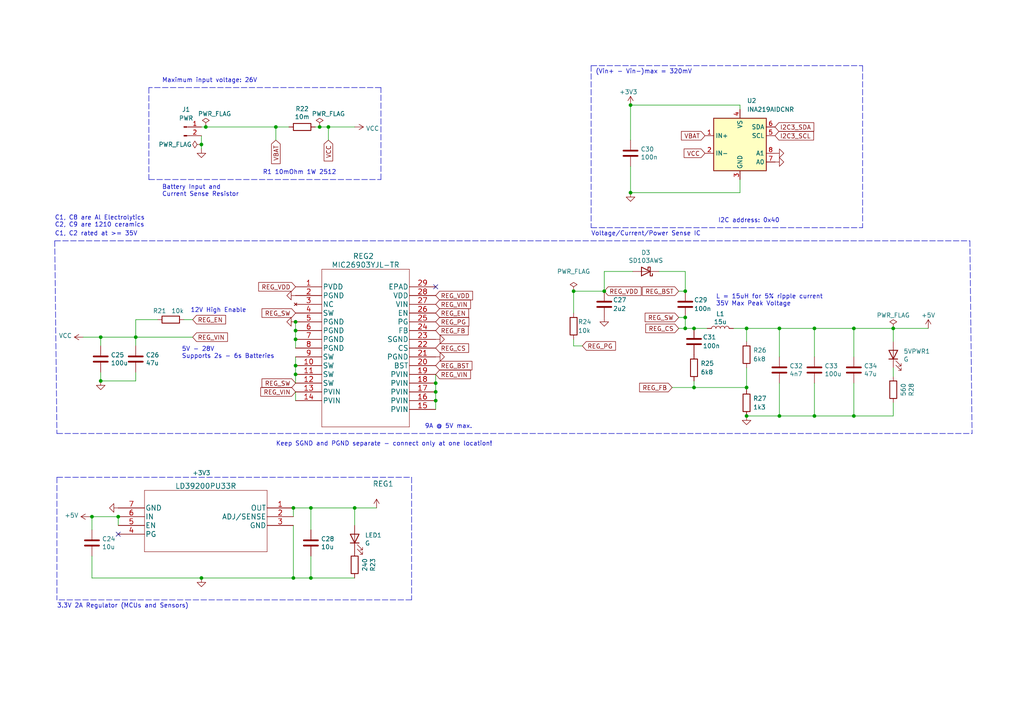
<source format=kicad_sch>
(kicad_sch (version 20211123) (generator eeschema)
  (paper "A4")
  (title_block (title "Fc Power Regulation") (date "2022-10-30"))
  (lib_symbols
    (symbol "Analog_ADC:INA219AxDCN"
      (property "Reference" "U" (at -6.35 8.89 0))
      (property "Value" "INA219AxDCN" (at 6.35 8.89 0))
      (symbol "INA219AxDCN_0_1"
        (rectangle (start -7.62 7.62) (end 7.62 -7.62) (stroke (width 0.254)) (fill (type background)))
      )
      (symbol "INA219AxDCN_1_1"
        (pin input line (at -10.16 2.54 0) (length 2.54) (name "IN+") (number "1"))
        (pin input line (at -10.16 -2.54 0) (length 2.54) (name "IN-") (number "2"))
        (pin power_in line (at 0 -10.16 90) (length 2.54) (name "GND") (number "3"))
        (pin power_in line (at 0 10.16 270) (length 2.54) (name "VS") (number "4"))
        (pin input line (at 10.16 2.54 180) (length 2.54) (name "SCL") (number "5"))
        (pin bidirectional line (at 10.16 5.08 180) (length 2.54) (name "SDA") (number "6"))
        (pin input line (at 10.16 -5.08 180) (length 2.54) (name "A0") (number "7"))
        (pin input line (at 10.16 -2.54 180) (length 2.54) (name "A1") (number "8"))
      )
    )
    (symbol "Connector:Conn_01x02_Male" (pin_names (offset 1.016) hide)
      (property "Reference" "J" (at 0 2.54 0))
      (property "Value" "Conn_01x02_Male" (at 0 -5.08 0))
      (symbol "Conn_01x02_Male_1_1"
        (polyline (pts (xy 1.27 -2.54) (xy 0.8636 -2.54)) (stroke (width 0.1524)))
        (polyline (pts (xy 1.27 0) (xy 0.8636 0)) (stroke (width 0.1524)))
        (rectangle (start 0.8636 -2.413) (end 0 -2.667) (stroke (width 0.1524)) (fill (type outline)))
        (rectangle (start 0.8636 0.127) (end 0 -0.127) (stroke (width 0.1524)) (fill (type outline)))
        (pin passive line (at 5.08 0 180) (length 3.81) (name "Pin_1") (number "1"))
        (pin passive line (at 5.08 -2.54 180) (length 3.81) (name "Pin_2") (number "2"))
      )
    )
    (symbol "Device:C" (pin_numbers hide) (pin_names (offset 0.254))
      (property "Reference" "C" (at 0.635 2.54 0))
      (property "Value" "C" (at 0.635 -2.54 0))
      (symbol "C_0_1"
        (polyline (pts (xy -2.032 -0.762) (xy 2.032 -0.762)) (stroke (width 0.508)))
        (polyline (pts (xy -2.032 0.762) (xy 2.032 0.762)) (stroke (width 0.508)))
      )
      (symbol "C_1_1"
        (pin passive line (at 0 3.81 270) (length 2.794) (name "~") (number "1"))
        (pin passive line (at 0 -3.81 90) (length 2.794) (name "~") (number "2"))
      )
    )
    (symbol "Device:D_Schottky" (pin_numbers hide) (pin_names (offset 1.016) hide)
      (property "Reference" "D" (at 0 2.54 0))
      (property "Value" "D_Schottky" (at 0 -2.54 0))
      (symbol "D_Schottky_0_1"
        (polyline (pts (xy 1.27 0) (xy -1.27 0)))
        (polyline (pts (xy 1.27 1.27) (xy 1.27 -1.27) (xy -1.27 0) (xy 1.27 1.27)) (stroke (width 0.254)))
        (polyline (pts (xy -1.905 0.635) (xy -1.905 1.27) (xy -1.27 1.27) (xy -1.27 -1.27) (xy -0.635 -1.27) (xy -0.635 -0.635)) (stroke (width 0.254)))
      )
      (symbol "D_Schottky_1_1"
        (pin passive line (at -3.81 0 0) (length 2.54) (name "K") (number "1"))
        (pin passive line (at 3.81 0 180) (length 2.54) (name "A") (number "2"))
      )
    )
    (symbol "Device:L" (pin_numbers hide) (pin_names (offset 1.016) hide)
      (property "Reference" "L" (at -1.27 0 90))
      (property "Value" "L" (at 1.905 0 90))
      (symbol "L_0_1"
        (arc (start 0 -2.54) (mid 0.635 -1.905) (end 0 -1.27))
        (arc (start 0 -1.27) (mid 0.635 -0.635) (end 0 0))
        (arc (start 0 0) (mid 0.635 0.635) (end 0 1.27))
        (arc (start 0 1.27) (mid 0.635 1.905) (end 0 2.54))
      )
      (symbol "L_1_1"
        (pin passive line (at 0 3.81 270) (length 1.27) (name "1") (number "1"))
        (pin passive line (at 0 -3.81 90) (length 1.27) (name "2") (number "2"))
      )
    )
    (symbol "Device:LED" (pin_numbers hide) (pin_names (offset 1.016) hide)
      (property "Reference" "D" (at 0 2.54 0))
      (property "Value" "LED" (at 0 -2.54 0))
      (symbol "LED_0_1"
        (polyline (pts (xy -1.27 -1.27) (xy -1.27 1.27)) (stroke (width 0.254)))
        (polyline (pts (xy -1.27 0) (xy 1.27 0)))
        (polyline (pts (xy 1.27 -1.27) (xy 1.27 1.27) (xy -1.27 0) (xy 1.27 -1.27)) (stroke (width 0.254)))
        (polyline (pts (xy -3.048 -0.762) (xy -4.572 -2.286) (xy -3.81 -2.286) (xy -4.572 -2.286) (xy -4.572 -1.524)))
        (polyline (pts (xy -1.778 -0.762) (xy -3.302 -2.286) (xy -2.54 -2.286) (xy -3.302 -2.286) (xy -3.302 -1.524)))
      )
      (symbol "LED_1_1"
        (pin passive line (at -3.81 0 0) (length 2.54) (name "K") (number "1"))
        (pin passive line (at 3.81 0 180) (length 2.54) (name "A") (number "2"))
      )
    )
    (symbol "Device:R" (pin_numbers hide) (pin_names (offset 0))
      (property "Reference" "R" (at 2.032 0 90))
      (property "Value" "R" (at 0 0 90))
      (symbol "R_0_1"
        (rectangle (start -1.016 -2.54) (end 1.016 2.54) (stroke (width 0.254)))
      )
      (symbol "R_1_1"
        (pin passive line (at 0 3.81 270) (length 1.27) (name "~") (number "1"))
        (pin passive line (at 0 -3.81 90) (length 1.27) (name "~") (number "2"))
      )
    )
    (symbol "LD39200PU33R_1" (pin_names (offset 0.254))
      (property "Reference" "REG1" (at -26.035 6.985 0))
      (property "Value" "LD39200PU33R" (at -25.4 3.175 0))
      (symbol "LD39200PU33R_1_1_1"
        (polyline (pts (xy 7.62 -12.7) (xy 43.18 -12.7)) (stroke (width 0.127)))
        (polyline (pts (xy 7.62 5.08) (xy 7.62 -12.7)) (stroke (width 0.127)))
        (polyline (pts (xy 43.18 -12.7) (xy 43.18 5.08)) (stroke (width 0.127)))
        (polyline (pts (xy 43.18 5.08) (xy 7.62 5.08)) (stroke (width 0.127)))
        (pin power_out line (at 0 0 0) (length 7.62) (name "OUT") (number "1"))
        (pin input line (at 0 -2.54 0) (length 7.62) (name "ADJ/SENSE") (number "2"))
        (pin power_in line (at 0 -5.08 0) (length 7.62) (name "GND") (number "3"))
        (pin unspecified line (at 50.8 -7.62 180) (length 7.62) (name "PG") (number "4"))
        (pin input line (at 50.8 -5.08 180) (length 7.62) (name "EN") (number "5"))
        (pin power_in line (at 50.8 -2.54 180) (length 7.62) (name "IN") (number "6"))
        (pin power_in line (at 50.8 0 180) (length 7.62) (name "GND") (number "7"))
      )
    )
    (symbol "MIC26903YJL-TR_1" (pin_names (offset 0.254))
      (property "Reference" "REG2" (at 19.685 8.89 0))
      (property "Value" "MIC26903YJL-TR" (at 20.32 6.35 0))
      (symbol "MIC26903YJL-TR_1_1_1"
        (polyline (pts (xy 7.62 -40.64) (xy 33.02 -40.64)) (stroke (width 0.127)))
        (polyline (pts (xy 7.62 5.08) (xy 7.62 -40.64)) (stroke (width 0.127)))
        (polyline (pts (xy 33.02 -40.64) (xy 33.02 5.08)) (stroke (width 0.127)))
        (polyline (pts (xy 33.02 5.08) (xy 7.62 5.08)) (stroke (width 0.127)))
        (pin power_in line (at 0 0 0) (length 7.62) (name "PVDD") (number "1"))
        (pin passive line (at 0 -22.86 0) (length 7.62) (name "SW") (number "10"))
        (pin passive line (at 0 -25.4 0) (length 7.62) (name "SW") (number "11"))
        (pin passive line (at 0 -27.94 0) (length 7.62) (name "SW") (number "12"))
        (pin input line (at 0 -30.48 0) (length 7.62) (name "PVIN") (number "13"))
        (pin input line (at 0 -33.02 0) (length 7.62) (name "PVIN") (number "14"))
        (pin input line (at 40.64 -35.56 180) (length 7.62) (name "PVIN") (number "15"))
        (pin input line (at 40.64 -33.02 180) (length 7.62) (name "PVIN") (number "16"))
        (pin input line (at 40.64 -30.48 180) (length 7.62) (name "PVIN") (number "17"))
        (pin input line (at 40.64 -27.94 180) (length 7.62) (name "PVIN") (number "18"))
        (pin input line (at 40.64 -25.4 180) (length 7.62) (name "PVIN") (number "19"))
        (pin power_in line (at 0 -2.54 0) (length 7.62) (name "PGND") (number "2"))
        (pin output line (at 40.64 -22.86 180) (length 7.62) (name "BST") (number "20"))
        (pin power_in line (at 40.64 -20.32 180) (length 7.62) (name "PGND") (number "21"))
        (pin input line (at 40.64 -17.78 180) (length 7.62) (name "CS") (number "22"))
        (pin power_in line (at 40.64 -15.24 180) (length 7.62) (name "SGND") (number "23"))
        (pin input line (at 40.64 -12.7 180) (length 7.62) (name "FB") (number "24"))
        (pin output line (at 40.64 -10.16 180) (length 7.62) (name "PG") (number "25"))
        (pin input line (at 40.64 -7.62 180) (length 7.62) (name "EN") (number "26"))
        (pin input line (at 40.64 -5.08 180) (length 7.62) (name "VIN") (number "27"))
        (pin power_in line (at 40.64 -2.54 180) (length 7.62) (name "VDD") (number "28"))
        (pin unspecified line (at 40.64 0 180) (length 7.62) (name "EPAD") (number "29"))
        (pin no_connect line (at 0 -5.08 0) (length 7.62) (name "NC") (number "3"))
        (pin output line (at 0 -7.62 0) (length 7.62) (name "SW") (number "4"))
        (pin power_in line (at 0 -10.16 0) (length 7.62) (name "PGND") (number "5"))
        (pin power_in line (at 0 -12.7 0) (length 7.62) (name "PGND") (number "6"))
        (pin power_in line (at 0 -15.24 0) (length 7.62) (name "PGND") (number "7"))
        (pin power_in line (at 0 -17.78 0) (length 7.62) (name "PGND") (number "8"))
        (pin passive line (at 0 -20.32 0) (length 7.62) (name "SW") (number "9"))
      )
    )
    (symbol "power:+3V3" (power) (pin_names (offset 0))
      (property "Value" "+3V3" (at 0 3.556 0))
      (symbol "+3V3_0_1"
        (polyline (pts (xy -0.762 1.27) (xy 0 2.54)))
        (polyline (pts (xy 0 0) (xy 0 2.54)))
        (polyline (pts (xy 0 2.54) (xy 0.762 1.27)))
      )
      (symbol "+3V3_1_1"
        (pin power_in line (at 0 0 90) (length 0) hide (name "+3V3") (number "1"))
      )
    )
    (symbol "power:+5V" (power) (pin_names (offset 0))
      (property "Value" "+5V" (at 0 3.556 0))
      (symbol "+5V_0_1"
        (polyline (pts (xy -0.762 1.27) (xy 0 2.54)))
        (polyline (pts (xy 0 0) (xy 0 2.54)))
        (polyline (pts (xy 0 2.54) (xy 0.762 1.27)))
      )
      (symbol "+5V_1_1"
        (pin power_in line (at 0 0 90) (length 0) hide (name "+5V") (number "1"))
      )
    )
    (symbol "power:GND" (power) (pin_names (offset 0))
      (property "Value" "GND" (at 0 -3.81 0))
      (symbol "GND_0_1"
        (polyline (pts (xy 0 0) (xy 0 -1.27) (xy 1.27 -1.27) (xy 0 -2.54) (xy -1.27 -1.27) (xy 0 -1.27)))
      )
      (symbol "GND_1_1"
        (pin power_in line (at 0 0 270) (length 0) hide (name "GND") (number "1"))
      )
    )
    (symbol "power:PWR_FLAG" (power) (pin_numbers hide) (pin_names (offset 0) hide)
      (property "Value" "PWR_FLAG" (at 0 3.81 0))
      (symbol "PWR_FLAG_0_0"
        (pin power_out line (at 0 0 90) (length 0) (name "pwr") (number "1"))
      )
      (symbol "PWR_FLAG_0_1"
        (polyline (pts (xy 0 0) (xy 0 1.27) (xy -1.016 1.905) (xy 0 2.54) (xy 1.016 1.905) (xy 0 1.27)))
      )
    )
    (symbol "power:VCC" (power) (pin_names (offset 0))
      (property "Value" "VCC" (at 0 3.81 0))
      (symbol "VCC_0_1"
        (polyline (pts (xy -0.762 1.27) (xy 0 2.54)))
        (polyline (pts (xy 0 0) (xy 0 2.54)))
        (polyline (pts (xy 0 2.54) (xy 0.762 1.27)))
      )
      (symbol "VCC_1_1"
        (pin power_in line (at 0 0 90) (length 0) hide (name "VCC") (number "1"))
      )
    )
  )
  (junction (at 85.09 167.64))
  (junction (at 58.42 167.64))
  (junction (at 29.21 110.49))
  (junction (at 39.37 97.79))
  (junction (at 102.87 147.32))
  (junction (at 216.535 95.25))
  (junction (at 85.725 95.885))
  (junction (at 126.365 113.665))
  (junction (at 182.88 55.88))
  (junction (at 198.755 92.075))
  (junction (at 58.42 41.91))
  (junction (at 85.09 147.32))
  (junction (at 201.295 95.25))
  (junction (at 198.755 84.455))
  (junction (at 226.06 95.25))
  (junction (at 226.06 120.65))
  (junction (at 26.67 149.86))
  (junction (at 201.295 112.395))
  (junction (at 126.365 116.205))
  (junction (at 182.88 30.48))
  (junction (at 90.17 147.32))
  (junction (at 126.365 111.125))
  (junction (at 85.725 93.345))
  (junction (at 80.01 36.83))
  (junction (at 85.725 106.045))
  (junction (at 29.21 97.79))
  (junction (at 90.17 167.64))
  (junction (at 216.535 120.65))
  (junction (at 34.29 149.86))
  (junction (at 92.71 36.83))
  (junction (at 59.69 36.83))
  (junction (at 247.65 120.65))
  (junction (at 85.725 108.585))
  (junction (at 216.535 112.395))
  (junction (at 175.26 84.455))
  (junction (at 247.65 95.25))
  (junction (at 259.08 95.25))
  (junction (at 166.37 84.455))
  (junction (at 198.755 95.25))
  (junction (at 236.22 95.25))
  (junction (at 236.22 120.65))
  (junction (at 85.725 98.425))
  (junction (at 95.25 36.83))
  (no_connect (at 126.365 83.185))
  (no_connect (at 34.29 154.94))
  (wire (pts (xy 216.535 106.68) (xy 216.535 112.395)))
  (wire (pts (xy 175.26 84.455) (xy 166.37 84.455)))
  (wire (pts (xy 29.21 97.79) (xy 29.21 100.33)))
  (wire (pts (xy 214.63 55.88) (xy 214.63 52.07)))
  (wire (pts (xy 90.17 147.32) (xy 102.87 147.32)))
  (wire (pts (xy 226.06 111.125) (xy 226.06 120.65)))
  (wire (pts (xy 201.295 112.395) (xy 216.535 112.395)))
  (wire (pts (xy 102.87 167.64) (xy 90.17 167.64)))
  (wire (pts (xy 226.06 103.505) (xy 226.06 95.25)))
  (polyline (pts (xy 16.51 138.43) (xy 119.38 138.43)))
  (wire (pts (xy 34.29 149.86) (xy 34.29 152.4)))
  (wire (pts (xy 196.85 92.075) (xy 198.755 92.075)))
  (wire (pts (xy 166.37 98.425) (xy 166.37 100.33)))
  (wire (pts (xy 58.42 43.18) (xy 58.42 41.91)))
  (wire (pts (xy 85.09 167.64) (xy 90.17 167.64)))
  (wire (pts (xy 26.035 149.86) (xy 26.67 149.86)))
  (wire (pts (xy 39.37 107.95) (xy 39.37 110.49)))
  (wire (pts (xy 212.725 95.25) (xy 216.535 95.25)))
  (wire (pts (xy 26.67 153.67) (xy 26.67 149.86)))
  (wire (pts (xy 226.06 120.65) (xy 236.22 120.65)))
  (wire (pts (xy 45.72 92.71) (xy 39.37 92.71)))
  (wire (pts (xy 85.09 147.32) (xy 85.09 149.86)))
  (wire (pts (xy 90.17 161.29) (xy 90.17 167.64)))
  (wire (pts (xy 59.69 36.83) (xy 58.42 36.83)))
  (wire (pts (xy 166.37 100.33) (xy 168.91 100.33)))
  (wire (pts (xy 247.65 120.65) (xy 259.08 120.65)))
  (wire (pts (xy 85.725 98.425) (xy 85.725 100.965)))
  (wire (pts (xy 58.42 167.64) (xy 85.09 167.64)))
  (wire (pts (xy 102.87 147.32) (xy 109.22 147.32)))
  (polyline (pts (xy 110.49 25.4) (xy 43.18 25.4)))
  (wire (pts (xy 259.08 120.65) (xy 259.08 116.84)))
  (wire (pts (xy 198.755 78.74) (xy 191.135 78.74)))
  (wire (pts (xy 216.535 95.25) (xy 226.06 95.25)))
  (wire (pts (xy 226.06 95.25) (xy 236.22 95.25)))
  (polyline (pts (xy 15.875 69.85) (xy 281.305 69.85)))
  (polyline (pts (xy 171.45 19.05) (xy 171.45 66.04)))
  (wire (pts (xy 85.725 113.665) (xy 85.725 116.205)))
  (polyline (pts (xy 43.18 52.07) (xy 110.49 52.07)))
  (wire (pts (xy 259.08 106.68) (xy 259.08 109.22)))
  (wire (pts (xy 198.755 95.25) (xy 201.295 95.25)))
  (wire (pts (xy 26.67 167.64) (xy 26.67 161.29)))
  (wire (pts (xy 83.82 36.83) (xy 80.01 36.83)))
  (wire (pts (xy 39.37 97.79) (xy 55.88 97.79)))
  (wire (pts (xy 196.85 95.25) (xy 198.755 95.25)))
  (wire (pts (xy 216.535 95.25) (xy 216.535 99.06)))
  (wire (pts (xy 201.295 112.395) (xy 201.295 110.49)))
  (wire (pts (xy 236.22 95.25) (xy 247.65 95.25)))
  (wire (pts (xy 85.725 93.345) (xy 85.725 95.885)))
  (wire (pts (xy 85.09 152.4) (xy 85.09 167.64)))
  (wire (pts (xy 182.88 30.48) (xy 214.63 30.48)))
  (wire (pts (xy 247.65 95.25) (xy 259.08 95.25)))
  (wire (pts (xy 39.37 92.71) (xy 39.37 97.79)))
  (wire (pts (xy 39.37 97.79) (xy 29.21 97.79)))
  (wire (pts (xy 90.17 147.32) (xy 90.17 153.67)))
  (polyline (pts (xy 171.45 66.04) (xy 250.19 66.04)))
  (wire (pts (xy 259.08 99.06) (xy 259.08 95.25)))
  (polyline (pts (xy 16.51 138.43) (xy 16.51 173.99)))
  (polyline (pts (xy 119.38 138.43) (xy 119.38 173.99)))
  (polyline (pts (xy 110.49 52.07) (xy 110.49 25.4)))
  (wire (pts (xy 236.22 120.65) (xy 247.65 120.65)))
  (wire (pts (xy 58.42 41.91) (xy 58.42 39.37)))
  (polyline (pts (xy 43.18 25.4) (xy 43.18 52.07)))
  (wire (pts (xy 175.26 84.455) (xy 175.26 78.74)))
  (wire (pts (xy 95.25 36.83) (xy 102.87 36.83)))
  (wire (pts (xy 91.44 36.83) (xy 92.71 36.83)))
  (polyline (pts (xy 16.51 125.73) (xy 281.94 125.73)))
  (wire (pts (xy 214.63 30.48) (xy 214.63 31.75)))
  (wire (pts (xy 236.22 103.505) (xy 236.22 95.25)))
  (wire (pts (xy 24.13 97.79) (xy 29.21 97.79)))
  (polyline (pts (xy 250.19 19.05) (xy 250.19 66.04)))
  (wire (pts (xy 201.295 95.25) (xy 205.105 95.25)))
  (polyline (pts (xy 171.45 19.05) (xy 250.19 19.05)))
  (wire (pts (xy 85.725 106.045) (xy 85.725 108.585)))
  (wire (pts (xy 80.01 36.83) (xy 80.01 40.64)))
  (polyline (pts (xy 281.305 69.85) (xy 281.94 125.73)))
  (wire (pts (xy 247.65 103.505) (xy 247.65 95.25)))
  (wire (pts (xy 175.26 78.74) (xy 183.515 78.74)))
  (wire (pts (xy 166.37 84.455) (xy 166.37 90.805)))
  (wire (pts (xy 55.88 92.71) (xy 53.34 92.71)))
  (wire (pts (xy 39.37 100.33) (xy 39.37 97.79)))
  (wire (pts (xy 198.755 84.455) (xy 198.755 78.74)))
  (polyline (pts (xy 15.875 69.85) (xy 16.51 125.73)))
  (wire (pts (xy 85.725 95.885) (xy 85.725 98.425)))
  (wire (pts (xy 85.725 103.505) (xy 85.725 106.045)))
  (wire (pts (xy 194.945 112.395) (xy 201.295 112.395)))
  (wire (pts (xy 198.755 95.25) (xy 198.755 92.075)))
  (wire (pts (xy 126.365 111.125) (xy 126.365 113.665)))
  (wire (pts (xy 26.67 149.86) (xy 34.29 149.86)))
  (wire (pts (xy 85.725 108.585) (xy 85.725 111.125)))
  (wire (pts (xy 92.71 36.83) (xy 95.25 36.83)))
  (wire (pts (xy 182.88 48.26) (xy 182.88 55.88)))
  (wire (pts (xy 247.65 120.65) (xy 247.65 111.125)))
  (polyline (pts (xy 119.38 173.99) (xy 16.51 173.99)))
  (wire (pts (xy 95.25 40.64) (xy 95.25 36.83)))
  (wire (pts (xy 236.22 120.65) (xy 236.22 111.125)))
  (wire (pts (xy 59.69 36.83) (xy 80.01 36.83)))
  (wire (pts (xy 198.755 84.455) (xy 196.85 84.455)))
  (wire (pts (xy 102.87 152.4) (xy 102.87 147.32)))
  (wire (pts (xy 29.21 110.49) (xy 29.21 107.95)))
  (wire (pts (xy 39.37 110.49) (xy 29.21 110.49)))
  (wire (pts (xy 259.08 95.25) (xy 269.24 95.25)))
  (wire (pts (xy 126.365 116.205) (xy 126.365 118.745)))
  (wire (pts (xy 26.67 167.64) (xy 58.42 167.64)))
  (wire (pts (xy 182.88 55.88) (xy 214.63 55.88)))
  (wire (pts (xy 182.88 30.48) (xy 182.88 40.64)))
  (wire (pts (xy 126.365 113.665) (xy 126.365 116.205)))
  (wire (pts (xy 85.09 147.32) (xy 90.17 147.32)))
  (wire (pts (xy 216.535 120.65) (xy 226.06 120.65)))
  (wire (pts (xy 216.535 113.03) (xy 216.535 112.395)))
  (wire (pts (xy 126.365 108.585) (xy 126.365 111.125)))
  (text "R1 10mOhm 1W 2512" (at 76.2 50.8 0) (effects (font (size 1.27 1.27)) (justify left bottom)))
  (text "I2C address: 0x40" (at 208.28 64.77 0) (effects (font (size 1.27 1.27)) (justify left bottom)))
  (text "Battery Input and\nCurrent Sense Resistor" (at 46.99 57.15 0) (effects (font (size 1.27 1.27)) (justify left bottom)))
  (text "5V - 28V\nSupports 2s - 6s Batteries" (at 52.705 104.14 0) (effects (font (size 1.27 1.27)) (justify left bottom)))
  (text "C1, C2 rated at >= 35V" (at 15.875 68.58 0) (effects (font (size 1.27 1.27)) (justify left bottom)))
  (text "C1, C8 are Al Electrolytics\nC2, C9 are 1210 ceramics" (at 15.875 66.04 0) (effects (font (size 1.27 1.27)) (justify left bottom)))
  (text "9A @ 5V max." (at 123.19 124.46 0) (effects (font (size 1.27 1.27)) (justify left bottom)))
  (text "(Vin+ - Vin-)max = 320mV" (at 172.72 21.59 0) (effects (font (size 1.27 1.27)) (justify left bottom)))
  (text "L = 15uH for 5% ripple current\n35V Max Peak Voltage" (at 207.645 88.9 0) (effects (font (size 1.27 1.27)) (justify left bottom)))
  (text "Voltage/Current/Power Sense IC" (at 171.45 68.58 0) (effects (font (size 1.27 1.27)) (justify left bottom)))
  (text "12V High Enable" (at 55.245 90.805 0) (effects (font (size 1.27 1.27)) (justify left bottom)))
  (text "Keep SGND and PGND separate - connect only at one location!" (at 80.01 129.54 0) (effects (font (size 1.27 1.27)) (justify left bottom)))
  (text "3.3V 2A Regulator (MCUs and Sensors)" (at 16.51 176.53 0) (effects (font (size 1.27 1.27)) (justify left bottom)))
  (text "Maximum input voltage: 26V" (at 46.99 24.13 0) (effects (font (size 1.27 1.27)) (justify left bottom)))
  (global_label "REG_VDD" (shape input) (at 85.725 83.185 180) (property "Intersheet References" "${INTERSHEET_REFS}" (effects hide)))
  (global_label "REG_PG" (shape input) (at 126.365 93.345 0) (property "Intersheet References" "${INTERSHEET_REFS}" (effects hide)))
  (global_label "REG_FB" (shape input) (at 194.945 112.395 180) (property "Intersheet References" "${INTERSHEET_REFS}" (effects hide)))
  (global_label "REG_EN" (shape input) (at 55.88 92.71 0) (property "Intersheet References" "${INTERSHEET_REFS}" (effects hide)))
  (global_label "VCC" (shape input) (at 95.25 40.64 270) (property "Intersheet References" "${INTERSHEET_REFS}" (effects hide)))
  (global_label "I2C3_SDA" (shape input) (at 224.79 36.83 0) (property "Intersheet References" "${INTERSHEET_REFS}" (effects hide)))
  (global_label "REG_BST" (shape input) (at 196.85 84.455 180) (property "Intersheet References" "${INTERSHEET_REFS}" (effects hide)))
  (global_label "REG_CS" (shape input) (at 126.365 100.965 0) (property "Intersheet References" "${INTERSHEET_REFS}" (effects hide)))
  (global_label "REG_VIN" (shape input) (at 126.365 88.265 0) (property "Intersheet References" "${INTERSHEET_REFS}" (effects hide)))
  (global_label "REG_VIN" (shape input) (at 85.725 113.665 180) (property "Intersheet References" "${INTERSHEET_REFS}" (effects hide)))
  (global_label "VBAT" (shape input) (at 80.01 40.64 270) (property "Intersheet References" "${INTERSHEET_REFS}" (effects hide)))
  (global_label "REG_VDD" (shape input) (at 175.26 84.455 0) (property "Intersheet References" "${INTERSHEET_REFS}" (effects hide)))
  (global_label "REG_VDD" (shape input) (at 126.365 85.725 0) (property "Intersheet References" "${INTERSHEET_REFS}" (effects hide)))
  (global_label "REG_VIN" (shape input) (at 55.88 97.79 0) (property "Intersheet References" "${INTERSHEET_REFS}" (effects hide)))
  (global_label "REG_SW" (shape input) (at 196.85 92.075 180) (property "Intersheet References" "${INTERSHEET_REFS}" (effects hide)))
  (global_label "REG_SW" (shape input) (at 85.725 90.805 180) (property "Intersheet References" "${INTERSHEET_REFS}" (effects hide)))
  (global_label "REG_CS" (shape input) (at 196.85 95.25 180) (property "Intersheet References" "${INTERSHEET_REFS}" (effects hide)))
  (global_label "I2C3_SCL" (shape input) (at 224.79 39.37 0) (property "Intersheet References" "${INTERSHEET_REFS}" (effects hide)))
  (global_label "VBAT" (shape input) (at 204.47 39.37 180) (property "Intersheet References" "${INTERSHEET_REFS}" (effects hide)))
  (global_label "REG_PG" (shape input) (at 168.91 100.33 0) (property "Intersheet References" "${INTERSHEET_REFS}" (effects hide)))
  (global_label "REG_BST" (shape input) (at 126.365 106.045 0) (property "Intersheet References" "${INTERSHEET_REFS}" (effects hide)))
  (global_label "REG_FB" (shape input) (at 126.365 95.885 0) (property "Intersheet References" "${INTERSHEET_REFS}" (effects hide)))
  (global_label "REG_VIN" (shape input) (at 126.365 108.5974 0) (property "Intersheet References" "${INTERSHEET_REFS}" (effects hide)))
  (global_label "REG_SW" (shape input) (at 85.725 111.125 180) (property "Intersheet References" "${INTERSHEET_REFS}" (effects hide)))
  (global_label "REG_EN" (shape input) (at 126.365 90.805 0) (property "Intersheet References" "${INTERSHEET_REFS}" (effects hide)))
  (global_label "VCC" (shape input) (at 204.47 44.45 180) (property "Intersheet References" "${INTERSHEET_REFS}" (effects hide)))
  (symbol (lib_id "power:+5V") (at 269.24 95.25 0) (unit 1)
    (property "Reference" "#PWR027" (effects hide))
    (property "Value" "+5V" (at 269.24 91.44 0))
  )
  (symbol (lib_id "Device:R") (at 216.535 102.87 0) (unit 1)
    (property "Reference" "R26" (at 218.44 101.5999 0) (effects (justify left)))
    (property "Value" "6k8" (at 218.44 104.1399 0) (effects (justify left)))
    (property "Footprint" "Resistor_SMD:R_0805_2012Metric" (effects hide))
  )
  (symbol (lib_id "power:PWR_FLAG") (at 58.42 41.91 90) (unit 1)
    (property "Reference" "#FLG0102" (effects hide))
    (property "Value" "PWR_FLAG" (at 50.8 41.91 90))
  )
  (symbol (lib_id "power:GND") (at 58.42 43.18 0) (unit 1)
    (property "Reference" "#PWR018" (effects hide))
    (property "Value" "GND" (effects hide))
  )
  (symbol (lib_id "power:GND") (at 224.79 46.99 90) (unit 1)
    (property "Reference" "#PWR0117" (effects hide))
    (property "Value" "GND" (effects hide))
  )
  (symbol (lib_id "Device:C") (at 39.37 104.14 0) (unit 1)
    (property "Reference" "C26" (at 42.291 102.9716 0) (effects (justify left)))
    (property "Value" "47u" (at 42.291 105.283 0) (effects (justify left)))
    (property "Footprint" "Capacitor_SMD:C_1210_3225Metric" (effects hide))
  )
  (symbol (lib_id "power:GND") (at 34.29 147.32 270) (unit 1)
    (property "Reference" "#PWR0124" (effects hide))
    (property "Value" "GND" (effects hide))
  )
  (symbol (lib_id "Device:R") (at 102.87 163.83 180) (unit 1)
    (property "Reference" "R23" (at 108.1278 163.83 90))
    (property "Value" "240" (at 105.8164 163.83 90))
    (property "Footprint" "Resistor_SMD:R_0603_1608Metric" (effects hide))
  )
  (symbol (lib_id "Device:R") (at 216.535 116.84 0) (unit 1)
    (property "Reference" "R27" (at 218.44 115.5699 0) (effects (justify left)))
    (property "Value" "1k3" (at 218.44 118.1099 0) (effects (justify left)))
    (property "Footprint" "Resistor_SMD:R_0805_2012Metric" (effects hide))
  )
  (symbol (lib_id "Device:R") (at 87.63 36.83 270) (unit 1)
    (property "Reference" "R22" (at 87.63 31.5722 90))
    (property "Value" "10m" (at 87.63 33.8836 90))
    (property "Footprint" "Resistor_SMD:R_2512_6332Metric" (effects hide))
  )
  (symbol (lib_id "power:GND") (at 216.535 120.65 0) (unit 1)
    (property "Reference" "#PWR026" (effects hide))
    (property "Value" "GND" (effects hide))
  )
  (symbol (lib_id "power:+5V") (at 26.035 149.86 90) (unit 1)
    (property "Reference" "#PWR016" (effects hide))
    (property "Value" "+5V" (at 22.7838 149.479 90) (effects (justify left)))
  )
  (symbol (lib_id "Analog_ADC:INA219AxDCN") (at 214.63 41.91 0) (unit 1)
    (property "Reference" "U2" (at 216.6494 29.21 0) (effects (justify left)))
    (property "Value" "INA219AIDCNR" (at 216.6494 31.75 0) (effects (justify left)))
    (property "Footprint" "Package_TO_SOT_SMD:SOT-23-8" (effects hide))
    (property "Datasheet" "http://www.ti.com/lit/ds/symlink/ina219.pdf" (effects hide))
  )
  (symbol (lib_id "power:VCC") (at 24.13 97.79 90) (unit 1)
    (property "Reference" "#PWR015" (effects hide))
    (property "Value" "VCC" (at 20.8788 97.3582 90) (effects (justify left)))
  )
  (symbol (lib_id "Device:C") (at 29.21 104.14 0) (unit 1)
    (property "Reference" "C25" (at 32.131 102.9716 0) (effects (justify left)))
    (property "Value" "100u" (at 32.131 105.283 0) (effects (justify left)))
    (property "Footprint" "Capacitor_SMD:C_Elec_6.3x7.7" (effects hide))
  )
  (symbol (lib_id "Device:L") (at 208.915 95.25 90) (unit 1)
    (property "Reference" "L1" (at 208.915 91.0336 90))
    (property "Value" "15u" (at 208.915 93.345 90))
    (property "Footprint" "cad:SRP1265A-470M" (effects hide))
  )
  (symbol (lib_id "Device:C") (at 182.88 44.45 0) (unit 1)
    (property "Reference" "C30" (at 185.801 43.2816 0) (effects (justify left)))
    (property "Value" "100n" (at 185.801 45.593 0) (effects (justify left)))
    (property "Footprint" "Capacitor_SMD:C_0402_1005Metric" (effects hide))
  )
  (symbol (lib_id "Device:LED") (at 102.87 156.21 90) (unit 1)
    (property "Reference" "LED1" (at 105.8418 155.2448 90) (effects (justify right)))
    (property "Value" "G" (at 105.8418 157.5562 90) (effects (justify right)))
    (property "Footprint" "LED_SMD:LED_0603_1608Metric" (effects hide))
  )
  (symbol (lib_id "Device:D_Schottky") (at 187.325 78.74 180) (unit 1)
    (property "Reference" "D3" (at 187.325 73.2536 0))
    (property "Value" "SD103AWS" (at 187.325 75.565 0))
    (property "Footprint" "Diode_SMD:D_SOD-323" (effects hide))
  )
  (symbol (lib_id "Device:R") (at 166.37 94.615 0) (unit 1)
    (property "Reference" "R24" (at 167.64 93.345 0) (effects (justify left)))
    (property "Value" "10k" (at 167.64 95.885 0) (effects (justify left)))
    (property "Footprint" "Resistor_SMD:R_0805_2012Metric" (effects hide))
  )
  (symbol (lib_id "Device:R") (at 201.295 106.68 0) (unit 1)
    (property "Reference" "R25" (at 203.2 105.4099 0) (effects (justify left)))
    (property "Value" "6k8" (at 203.2 107.9499 0) (effects (justify left)))
    (property "Footprint" "Resistor_SMD:R_0805_2012Metric" (effects hide))
  )
  (symbol (lib_id "power:GND") (at 29.21 110.49 0) (unit 1)
    (property "Reference" "#PWR017" (effects hide))
    (property "Value" "GND" (effects hide))
  )
  (symbol (lib_id "power:GND") (at 175.26 92.075 0) (unit 1)
    (property "Reference" "#PWR025" (effects hide))
    (property "Value" "GND" (effects hide))
  )
  (symbol (lib_id "power:GND") (at 85.725 93.345 270) (unit 1)
    (property "Reference" "#PWR021" (effects hide))
    (property "Value" "GND" (effects hide))
  )
  (symbol (lib_id "Device:C") (at 236.22 107.315 0) (unit 1)
    (property "Reference" "C33" (at 239.141 106.1466 0) (effects (justify left)))
    (property "Value" "100u" (at 239.141 108.458 0) (effects (justify left)))
    (property "Footprint" "Capacitor_SMD:C_Elec_6.3x7.7" (effects hide))
  )
  (symbol (lib_id "power:+3V3") (at 182.88 30.48 0) (unit 1)
    (property "Reference" "#PWR0125" (effects hide))
    (property "Value" "+3V3" (at 182.245 26.67 0))
  )
  (symbol (lib_id "Device:C") (at 247.65 107.315 0) (unit 1)
    (property "Reference" "C34" (at 250.571 106.1466 0) (effects (justify left)))
    (property "Value" "47u" (at 250.571 108.458 0) (effects (justify left)))
    (property "Footprint" "Capacitor_SMD:C_1210_3225Metric" (effects hide))
  )
  (symbol (lib_id "power:PWR_FLAG") (at 92.71 36.83 0) (unit 1)
    (property "Reference" "#FLG0104" (effects hide))
    (property "Value" "PWR_FLAG" (at 95.25 33.02 0))
  )
  (symbol (lib_id "Device:C") (at 198.755 88.265 0) (unit 1)
    (property "Reference" "C29" (at 201.295 86.995 0) (effects (justify left)))
    (property "Value" "100n" (at 201.295 89.535 0) (effects (justify left)))
    (property "Footprint" "Capacitor_SMD:C_0402_1005Metric" (effects hide))
  )
  (symbol (lib_id "Device:R") (at 49.53 92.71 90) (unit 1)
    (property "Reference" "R21" (at 48.26 90.17 90) (effects (justify left)))
    (property "Value" "10k" (at 53.34 90.17 90) (effects (justify left)))
    (property "Footprint" "Resistor_SMD:R_0805_2012Metric" (effects hide))
  )
  (symbol (lib_id "power:GND") (at 126.365 98.425 90) (unit 1)
    (property "Reference" "#PWR022" (effects hide))
    (property "Value" "GND" (effects hide))
  )
  (symbol (lib_id "Connector:Conn_01x02_Male") (at 53.34 36.83 0) (unit 1)
    (property "Reference" "J1" (at 53.975 31.75 0))
    (property "Value" "PWR" (at 53.975 34.29 0))
    (property "Footprint" "Connector_PinHeader_2.54mm:PinHeader_1x02_P2.54mm_Vertical" (effects hide))
  )
  (symbol (lib_name "LD39200PU33R_1") (lib_id "LD39200PU33R:LD39200PU33R") (at 85.09 147.32 0) (mirror y) (unit 1)
    (property "Reference" "REG1" (at 111.125 140.335 0) (effects (font (size 1.524 1.524))))
    (property "Value" "LD39200PU33R" (at 59.69 140.97 0) (effects (font (size 1.524 1.524))))
    (property "Footprint" "cad:LD39200PU33R" (effects hide))
  )
  (symbol (lib_id "Device:C") (at 226.06 107.315 0) (unit 1)
    (property "Reference" "C32" (at 228.981 106.1466 0) (effects (justify left)))
    (property "Value" "4n7" (at 228.981 108.458 0) (effects (justify left)))
    (property "Footprint" "Capacitor_SMD:C_0805_2012Metric" (effects hide))
  )
  (symbol (lib_id "power:PWR_FLAG") (at 259.08 95.25 0) (unit 1)
    (property "Reference" "#FLG0106" (effects hide))
    (property "Value" "PWR_FLAG" (at 259.08 91.44 0))
  )
  (symbol (lib_id "Device:C") (at 201.295 99.06 0) (unit 1)
    (property "Reference" "C31" (at 203.835 97.79 0) (effects (justify left)))
    (property "Value" "100n" (at 203.835 100.33 0) (effects (justify left)))
    (property "Footprint" "Capacitor_SMD:C_0402_1005Metric" (effects hide))
  )
  (symbol (lib_name "MIC26903YJL-TR_1") (lib_id "MIC26903YJL-TR:MIC26903YJL-TR") (at 85.725 83.185 0) (unit 1)
    (property "Reference" "REG2" (at 105.41 74.295 0) (effects (font (size 1.524 1.524))))
    (property "Value" "MIC26903YJL-TR" (at 106.045 76.835 0) (effects (font (size 1.524 1.524))))
    (property "Footprint" "cad:MIC26903YJL-TR" (effects hide))
  )
  (symbol (lib_id "power:VCC") (at 102.87 36.83 270) (unit 1)
    (property "Reference" "#PWR023" (effects hide))
    (property "Value" "VCC" (at 106.1212 37.2618 90) (effects (justify left)))
  )
  (symbol (lib_id "Device:C") (at 90.17 157.48 0) (unit 1)
    (property "Reference" "C28" (at 93.091 156.3116 0) (effects (justify left)))
    (property "Value" "10u" (at 93.091 158.623 0) (effects (justify left)))
    (property "Footprint" "Capacitor_SMD:C_0603_1608Metric" (effects hide))
  )
  (symbol (lib_id "Device:C") (at 26.67 157.48 0) (unit 1)
    (property "Reference" "C24" (at 29.591 156.3116 0) (effects (justify left)))
    (property "Value" "10u" (at 29.591 158.623 0) (effects (justify left)))
    (property "Footprint" "Capacitor_SMD:C_0603_1608Metric" (effects hide))
  )
  (symbol (lib_id "power:PWR_FLAG") (at 166.37 84.455 0) (unit 1)
    (property "Reference" "#FLG0103" (effects hide))
    (property "Value" "PWR_FLAG" (at 166.37 78.74 0))
  )
  (symbol (lib_id "Device:R") (at 259.08 113.03 180) (unit 1)
    (property "Reference" "R28" (at 264.3378 113.03 90))
    (property "Value" "560" (at 262.0264 113.03 90))
    (property "Footprint" "Resistor_SMD:R_0603_1608Metric" (effects hide))
  )
  (symbol (lib_id "Device:C") (at 175.26 88.265 0) (unit 1)
    (property "Reference" "C27" (at 177.8 86.995 0) (effects (justify left)))
    (property "Value" "2u2" (at 177.8 89.535 0) (effects (justify left)))
    (property "Footprint" "Capacitor_SMD:C_0402_1005Metric" (effects hide))
  )
  (symbol (lib_id "power:GND") (at 58.42 167.64 0) (unit 1)
    (property "Reference" "#PWR019" (effects hide))
    (property "Value" "GND" (effects hide))
  )
  (symbol (lib_id "power:GND") (at 224.79 44.45 90) (unit 1)
    (property "Reference" "#PWR0118" (effects hide))
    (property "Value" "GND" (effects hide))
  )
  (symbol (lib_id "power:+3V3") (at 109.22 147.32 0) (unit 1)
    (property "Reference" "#PWR0119" (effects hide))
    (property "Value" "+3V3" (at 58.42 137.16 0))
  )
  (symbol (lib_id "power:GND") (at 85.725 85.725 270) (unit 1)
    (property "Reference" "#PWR020" (effects hide))
    (property "Value" "GND" (effects hide))
  )
  (symbol (lib_id "power:GND") (at 126.365 103.505 90) (unit 1)
    (property "Reference" "#PWR024" (effects hide))
    (property "Value" "GND" (effects hide))
  )
  (symbol (lib_id "power:GND") (at 182.88 55.88 0) (unit 1)
    (property "Reference" "#PWR030" (effects hide))
    (property "Value" "GND" (effects hide))
  )
  (symbol (lib_id "Device:LED") (at 259.08 102.87 90) (unit 1)
    (property "Reference" "5VPWR1" (at 262.0518 101.9048 90) (effects (justify right)))
    (property "Value" "G" (at 262.0518 104.2162 90) (effects (justify right)))
    (property "Footprint" "LED_SMD:LED_0603_1608Metric" (effects hide))
  )
  (symbol (lib_id "power:PWR_FLAG") (at 59.69 36.83 0) (unit 1)
    (property "Reference" "#FLG0101" (effects hide))
    (property "Value" "PWR_FLAG" (at 62.23 33.02 0))
  )
)
</source>
